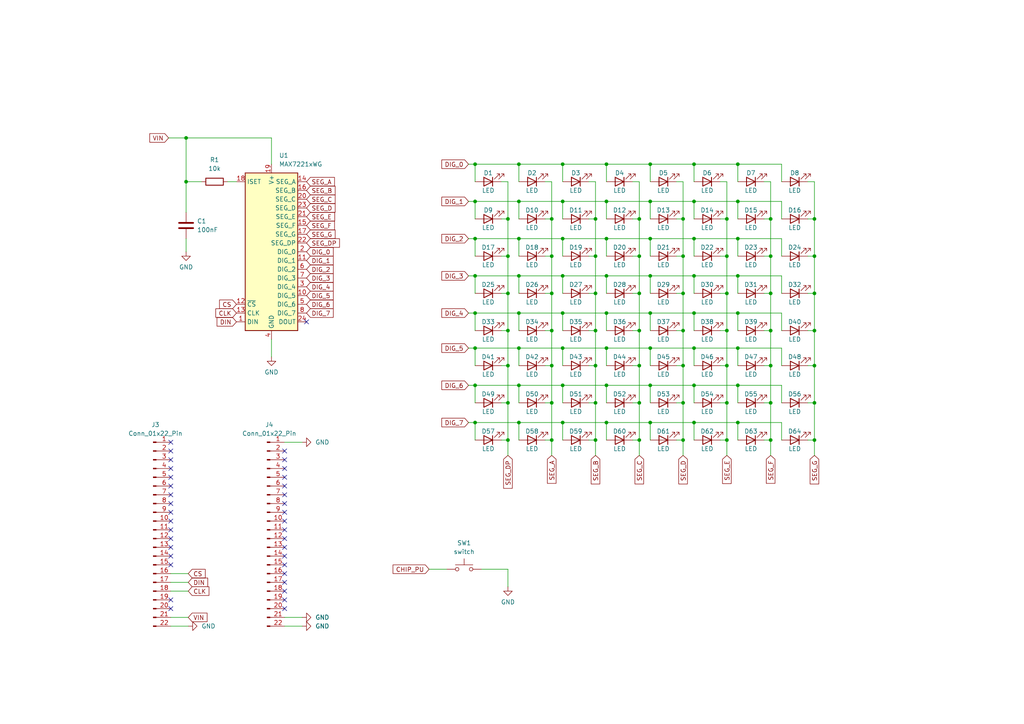
<source format=kicad_sch>
(kicad_sch (version 20231120) (generator "eeschema") (generator_version "8.0")
  (paper "A4")
  (lib_symbols
    (symbol "Connector:Conn_01x22_Pin" (pin_names (offset 1.016) hide)
      (property "Reference" "J" (at 0 27.94 0))
      (property "Value" "Conn_01x22_Pin" (at 0 -30.48 0))
      (symbol "Conn_01x22_Pin_1_1"
        (polyline (pts (xy 1.27 -27.94) (xy 0.8636 -27.94)) (stroke (width 0.1524)))
        (polyline (pts (xy 1.27 -25.4) (xy 0.8636 -25.4)) (stroke (width 0.1524)))
        (polyline (pts (xy 1.27 -22.86) (xy 0.8636 -22.86)) (stroke (width 0.1524)))
        (polyline (pts (xy 1.27 -20.32) (xy 0.8636 -20.32)) (stroke (width 0.1524)))
        (polyline (pts (xy 1.27 -17.78) (xy 0.8636 -17.78)) (stroke (width 0.1524)))
        (polyline (pts (xy 1.27 -15.24) (xy 0.8636 -15.24)) (stroke (width 0.1524)))
        (polyline (pts (xy 1.27 -12.7) (xy 0.8636 -12.7)) (stroke (width 0.1524)))
        (polyline (pts (xy 1.27 -10.16) (xy 0.8636 -10.16)) (stroke (width 0.1524)))
        (polyline (pts (xy 1.27 -7.62) (xy 0.8636 -7.62)) (stroke (width 0.1524)))
        (polyline (pts (xy 1.27 -5.08) (xy 0.8636 -5.08)) (stroke (width 0.1524)))
        (polyline (pts (xy 1.27 -2.54) (xy 0.8636 -2.54)) (stroke (width 0.1524)))
        (polyline (pts (xy 1.27 0) (xy 0.8636 0)) (stroke (width 0.1524)))
        (polyline (pts (xy 1.27 2.54) (xy 0.8636 2.54)) (stroke (width 0.1524)))
        (polyline (pts (xy 1.27 5.08) (xy 0.8636 5.08)) (stroke (width 0.1524)))
        (polyline (pts (xy 1.27 7.62) (xy 0.8636 7.62)) (stroke (width 0.1524)))
        (polyline (pts (xy 1.27 10.16) (xy 0.8636 10.16)) (stroke (width 0.1524)))
        (polyline (pts (xy 1.27 12.7) (xy 0.8636 12.7)) (stroke (width 0.1524)))
        (polyline (pts (xy 1.27 15.24) (xy 0.8636 15.24)) (stroke (width 0.1524)))
        (polyline (pts (xy 1.27 17.78) (xy 0.8636 17.78)) (stroke (width 0.1524)))
        (polyline (pts (xy 1.27 20.32) (xy 0.8636 20.32)) (stroke (width 0.1524)))
        (polyline (pts (xy 1.27 22.86) (xy 0.8636 22.86)) (stroke (width 0.1524)))
        (polyline (pts (xy 1.27 25.4) (xy 0.8636 25.4)) (stroke (width 0.1524)))
        (rectangle (start 0.8636 -27.813) (end 0 -28.067) (stroke (width 0.1524)) (fill (type outline)))
        (rectangle (start 0.8636 -25.273) (end 0 -25.527) (stroke (width 0.1524)) (fill (type outline)))
        (rectangle (start 0.8636 -22.733) (end 0 -22.987) (stroke (width 0.1524)) (fill (type outline)))
        (rectangle (start 0.8636 -20.193) (end 0 -20.447) (stroke (width 0.1524)) (fill (type outline)))
        (rectangle (start 0.8636 -17.653) (end 0 -17.907) (stroke (width 0.1524)) (fill (type outline)))
        (rectangle (start 0.8636 -15.113) (end 0 -15.367) (stroke (width 0.1524)) (fill (type outline)))
        (rectangle (start 0.8636 -12.573) (end 0 -12.827) (stroke (width 0.1524)) (fill (type outline)))
        (rectangle (start 0.8636 -10.033) (end 0 -10.287) (stroke (width 0.1524)) (fill (type outline)))
        (rectangle (start 0.8636 -7.493) (end 0 -7.747) (stroke (width 0.1524)) (fill (type outline)))
        (rectangle (start 0.8636 -4.953) (end 0 -5.207) (stroke (width 0.1524)) (fill (type outline)))
        (rectangle (start 0.8636 -2.413) (end 0 -2.667) (stroke (width 0.1524)) (fill (type outline)))
        (rectangle (start 0.8636 0.127) (end 0 -0.127) (stroke (width 0.1524)) (fill (type outline)))
        (rectangle (start 0.8636 2.667) (end 0 2.413) (stroke (width 0.1524)) (fill (type outline)))
        (rectangle (start 0.8636 5.207) (end 0 4.953) (stroke (width 0.1524)) (fill (type outline)))
        (rectangle (start 0.8636 7.747) (end 0 7.493) (stroke (width 0.1524)) (fill (type outline)))
        (rectangle (start 0.8636 10.287) (end 0 10.033) (stroke (width 0.1524)) (fill (type outline)))
        (rectangle (start 0.8636 12.827) (end 0 12.573) (stroke (width 0.1524)) (fill (type outline)))
        (rectangle (start 0.8636 15.367) (end 0 15.113) (stroke (width 0.1524)) (fill (type outline)))
        (rectangle (start 0.8636 17.907) (end 0 17.653) (stroke (width 0.1524)) (fill (type outline)))
        (rectangle (start 0.8636 20.447) (end 0 20.193) (stroke (width 0.1524)) (fill (type outline)))
        (rectangle (start 0.8636 22.987) (end 0 22.733) (stroke (width 0.1524)) (fill (type outline)))
        (rectangle (start 0.8636 25.527) (end 0 25.273) (stroke (width 0.1524)) (fill (type outline)))
        (pin passive line (at 5.08 25.4 180) (length 3.81) (name "Pin_1") (number "1"))
        (pin passive line (at 5.08 2.54 180) (length 3.81) (name "Pin_10") (number "10"))
        (pin passive line (at 5.08 0 180) (length 3.81) (name "Pin_11") (number "11"))
        (pin passive line (at 5.08 -2.54 180) (length 3.81) (name "Pin_12") (number "12"))
        (pin passive line (at 5.08 -5.08 180) (length 3.81) (name "Pin_13") (number "13"))
        (pin passive line (at 5.08 -7.62 180) (length 3.81) (name "Pin_14") (number "14"))
        (pin passive line (at 5.08 -10.16 180) (length 3.81) (name "Pin_15") (number "15"))
        (pin passive line (at 5.08 -12.7 180) (length 3.81) (name "Pin_16") (number "16"))
        (pin passive line (at 5.08 -15.24 180) (length 3.81) (name "Pin_17") (number "17"))
        (pin passive line (at 5.08 -17.78 180) (length 3.81) (name "Pin_18") (number "18"))
        (pin passive line (at 5.08 -20.32 180) (length 3.81) (name "Pin_19") (number "19"))
        (pin passive line (at 5.08 22.86 180) (length 3.81) (name "Pin_2") (number "2"))
        (pin passive line (at 5.08 -22.86 180) (length 3.81) (name "Pin_20") (number "20"))
        (pin passive line (at 5.08 -25.4 180) (length 3.81) (name "Pin_21") (number "21"))
        (pin passive line (at 5.08 -27.94 180) (length 3.81) (name "Pin_22") (number "22"))
        (pin passive line (at 5.08 20.32 180) (length 3.81) (name "Pin_3") (number "3"))
        (pin passive line (at 5.08 17.78 180) (length 3.81) (name "Pin_4") (number "4"))
        (pin passive line (at 5.08 15.24 180) (length 3.81) (name "Pin_5") (number "5"))
        (pin passive line (at 5.08 12.7 180) (length 3.81) (name "Pin_6") (number "6"))
        (pin passive line (at 5.08 10.16 180) (length 3.81) (name "Pin_7") (number "7"))
        (pin passive line (at 5.08 7.62 180) (length 3.81) (name "Pin_8") (number "8"))
        (pin passive line (at 5.08 5.08 180) (length 3.81) (name "Pin_9") (number "9"))
      )
    )
    (symbol "Device:C" (pin_numbers hide) (pin_names (offset 0.254))
      (property "Reference" "C" (at 0.635 2.54 0))
      (property "Value" "C" (at 0.635 -2.54 0))
      (symbol "C_0_1"
        (polyline (pts (xy -2.032 -0.762) (xy 2.032 -0.762)) (stroke (width 0.508)))
        (polyline (pts (xy -2.032 0.762) (xy 2.032 0.762)) (stroke (width 0.508)))
      )
      (symbol "C_1_1"
        (pin passive line (at 0 3.81 270) (length 2.794) (name "~") (number "1"))
        (pin passive line (at 0 -3.81 90) (length 2.794) (name "~") (number "2"))
      )
    )
    (symbol "Device:LED" (pin_numbers hide) (pin_names (offset 1.016) hide)
      (property "Reference" "D" (at 0 2.54 0))
      (property "Value" "LED" (at 0 -2.54 0))
      (symbol "LED_0_1"
        (polyline (pts (xy -1.27 -1.27) (xy -1.27 1.27)) (stroke (width 0.254)))
        (polyline (pts (xy -1.27 0) (xy 1.27 0)))
        (polyline (pts (xy 1.27 -1.27) (xy 1.27 1.27) (xy -1.27 0) (xy 1.27 -1.27)) (stroke (width 0.254)))
        (polyline (pts (xy -3.048 -0.762) (xy -4.572 -2.286) (xy -3.81 -2.286) (xy -4.572 -2.286) (xy -4.572 -1.524)))
        (polyline (pts (xy -1.778 -0.762) (xy -3.302 -2.286) (xy -2.54 -2.286) (xy -3.302 -2.286) (xy -3.302 -1.524)))
      )
      (symbol "LED_1_1"
        (pin passive line (at -3.81 0 0) (length 2.54) (name "K") (number "1"))
        (pin passive line (at 3.81 0 180) (length 2.54) (name "A") (number "2"))
      )
    )
    (symbol "Device:R" (pin_numbers hide) (pin_names (offset 0))
      (property "Reference" "R" (at 2.032 0 90))
      (property "Value" "R" (at 0 0 90))
      (symbol "R_0_1"
        (rectangle (start -1.016 -2.54) (end 1.016 2.54) (stroke (width 0.254)))
      )
      (symbol "R_1_1"
        (pin passive line (at 0 3.81 270) (length 1.27) (name "~") (number "1"))
        (pin passive line (at 0 -3.81 90) (length 1.27) (name "~") (number "2"))
      )
    )
    (symbol "Driver_LED:MAX7221xWG"
      (property "Reference" "U" (at -6.35 24.13 0))
      (property "Value" "MAX7221xWG" (at 1.27 25.4 0))
      (symbol "MAX7221xWG_0_1"
        (rectangle (start -7.62 22.86) (end 7.62 -22.86) (stroke (width 0.254)) (fill (type background)))
      )
      (symbol "MAX7221xWG_1_1"
        (pin input line (at -10.16 -20.32 0) (length 2.54) (name "DIN") (number "1"))
        (pin open_collector line (at 10.16 -12.7 180) (length 2.54) (name "DIG_5") (number "10"))
        (pin open_collector line (at 10.16 -2.54 180) (length 2.54) (name "DIG_1") (number "11"))
        (pin input line (at -10.16 -15.24 0) (length 2.54) (name "~{CS}") (number "12"))
        (pin input line (at -10.16 -17.78 0) (length 2.54) (name "CLK") (number "13"))
        (pin open_emitter line (at 10.16 20.32 180) (length 2.54) (name "SEG_A") (number "14"))
        (pin open_emitter line (at 10.16 7.62 180) (length 2.54) (name "SEG_F") (number "15"))
        (pin open_emitter line (at 10.16 17.78 180) (length 2.54) (name "SEG_B") (number "16"))
        (pin open_emitter line (at 10.16 5.08 180) (length 2.54) (name "SEG_G") (number "17"))
        (pin input line (at -10.16 20.32 0) (length 2.54) (name "ISET") (number "18"))
        (pin power_in line (at 0 25.4 270) (length 2.54) (name "V+") (number "19"))
        (pin open_collector line (at 10.16 0 180) (length 2.54) (name "DIG_0") (number "2"))
        (pin open_emitter line (at 10.16 15.24 180) (length 2.54) (name "SEG_C") (number "20"))
        (pin open_emitter line (at 10.16 10.16 180) (length 2.54) (name "SEG_E") (number "21"))
        (pin open_emitter line (at 10.16 2.54 180) (length 2.54) (name "SEG_DP") (number "22"))
        (pin open_emitter line (at 10.16 12.7 180) (length 2.54) (name "SEG_D") (number "23"))
        (pin output line (at 10.16 -20.32 180) (length 2.54) (name "DOUT") (number "24"))
        (pin open_collector line (at 10.16 -10.16 180) (length 2.54) (name "DIG_4") (number "3"))
        (pin power_in line (at 0 -25.4 90) (length 2.54) (name "GND") (number "4"))
        (pin open_collector line (at 10.16 -15.24 180) (length 2.54) (name "DIG_6") (number "5"))
        (pin open_collector line (at 10.16 -5.08 180) (length 2.54) (name "DIG_2") (number "6"))
        (pin open_collector line (at 10.16 -7.62 180) (length 2.54) (name "DIG_3") (number "7"))
        (pin open_collector line (at 10.16 -17.78 180) (length 2.54) (name "DIG_7") (number "8"))
        (pin passive line (at 0 -25.4 90) (length 2.54) hide (name "GND") (number "9"))
      )
    )
    (symbol "Switch:SW_Omron_B3FS" (pin_numbers hide) (pin_names (offset 1.016) hide)
      (property "Reference" "SW" (at 1.27 2.54 0))
      (property "Value" "SW_Omron_B3FS" (at 0 -1.524 0))
      (symbol "SW_Omron_B3FS_0_1"
        (circle (center -2.032 0) (radius 0.508))
        (polyline (pts (xy 0 1.27) (xy 0 3.048)))
        (polyline (pts (xy 2.54 1.27) (xy -2.54 1.27)))
        (circle (center 2.032 0) (radius 0.508))
        (pin passive line (at -5.08 0 0) (length 2.54) (name "1") (number "1"))
        (pin passive line (at 5.08 0 180) (length 2.54) (name "2") (number "2"))
      )
    )
    (symbol "power:GND" (power) (pin_names (offset 0))
      (property "Value" "GND" (at 0 -3.81 0))
      (symbol "GND_0_1"
        (polyline (pts (xy 0 0) (xy 0 -1.27) (xy 1.27 -1.27) (xy 0 -2.54) (xy -1.27 -1.27) (xy 0 -1.27)))
      )
      (symbol "GND_1_1"
        (pin power_in line (at 0 0 270) (length 0) hide (name "GND") (number "1"))
      )
    )
  )
  (junction (at 223.52 106.045))
  (junction (at 213.995 100.965))
  (junction (at 198.12 85.09))
  (junction (at 213.995 47.625))
  (junction (at 223.52 85.09))
  (junction (at 160.02 106.045))
  (junction (at 147.32 63.5))
  (junction (at 223.52 95.885))
  (junction (at 163.195 111.76))
  (junction (at 137.795 100.965))
  (junction (at 223.52 63.5))
  (junction (at 188.595 100.965))
  (junction (at 198.12 63.5))
  (junction (at 150.495 90.805))
  (junction (at 201.295 100.965))
  (junction (at 188.595 122.555))
  (junction (at 150.495 111.76))
  (junction (at 172.72 106.045))
  (junction (at 188.595 47.625))
  (junction (at 137.795 47.625))
  (junction (at 53.975 52.705))
  (junction (at 201.295 111.76))
  (junction (at 236.22 95.885))
  (junction (at 236.22 106.045))
  (junction (at 201.295 80.01))
  (junction (at 175.895 80.01))
  (junction (at 175.895 58.42))
  (junction (at 210.82 127.635))
  (junction (at 210.82 63.5))
  (junction (at 201.295 58.42))
  (junction (at 172.72 85.09))
  (junction (at 147.32 116.84))
  (junction (at 147.32 127.635))
  (junction (at 236.22 116.84))
  (junction (at 175.895 47.625))
  (junction (at 185.42 116.84))
  (junction (at 188.595 80.01))
  (junction (at 188.595 90.805))
  (junction (at 160.02 85.09))
  (junction (at 137.795 90.805))
  (junction (at 172.72 116.84))
  (junction (at 160.02 74.295))
  (junction (at 150.495 80.01))
  (junction (at 147.32 74.295))
  (junction (at 150.495 69.215))
  (junction (at 160.02 127.635))
  (junction (at 236.22 127.635))
  (junction (at 185.42 74.295))
  (junction (at 163.195 47.625))
  (junction (at 198.12 106.045))
  (junction (at 201.295 69.215))
  (junction (at 213.995 111.76))
  (junction (at 175.895 100.965))
  (junction (at 160.02 95.885))
  (junction (at 137.795 80.01))
  (junction (at 163.195 122.555))
  (junction (at 147.32 85.09))
  (junction (at 223.52 116.84))
  (junction (at 210.82 85.09))
  (junction (at 172.72 127.635))
  (junction (at 188.595 111.76))
  (junction (at 175.895 69.215))
  (junction (at 201.295 90.805))
  (junction (at 185.42 95.885))
  (junction (at 163.195 90.805))
  (junction (at 175.895 111.76))
  (junction (at 185.42 127.635))
  (junction (at 163.195 69.215))
  (junction (at 198.12 95.885))
  (junction (at 198.12 116.84))
  (junction (at 210.82 95.885))
  (junction (at 175.895 90.805))
  (junction (at 236.22 85.09))
  (junction (at 163.195 80.01))
  (junction (at 201.295 47.625))
  (junction (at 223.52 127.635))
  (junction (at 210.82 116.84))
  (junction (at 147.32 106.045))
  (junction (at 172.72 63.5))
  (junction (at 160.02 116.84))
  (junction (at 213.995 69.215))
  (junction (at 213.995 80.01))
  (junction (at 188.595 69.215))
  (junction (at 236.22 74.295))
  (junction (at 198.12 127.635))
  (junction (at 137.795 111.76))
  (junction (at 150.495 122.555))
  (junction (at 201.295 122.555))
  (junction (at 163.195 58.42))
  (junction (at 213.995 90.805))
  (junction (at 137.795 69.215))
  (junction (at 223.52 74.295))
  (junction (at 172.72 74.295))
  (junction (at 198.12 74.295))
  (junction (at 150.495 100.965))
  (junction (at 150.495 47.625))
  (junction (at 137.795 122.555))
  (junction (at 188.595 58.42))
  (junction (at 185.42 63.5))
  (junction (at 210.82 106.045))
  (junction (at 160.02 63.5))
  (junction (at 210.82 74.295))
  (junction (at 137.795 58.42))
  (junction (at 150.495 58.42))
  (junction (at 213.995 122.555))
  (junction (at 172.72 95.885))
  (junction (at 53.975 40.005))
  (junction (at 147.32 95.885))
  (junction (at 236.22 63.5))
  (junction (at 175.895 122.555))
  (junction (at 185.42 106.045))
  (junction (at 185.42 85.09))
  (junction (at 163.195 100.965))
  (junction (at 213.995 58.42))
  (no_connect (at 82.55 151.13))
  (no_connect (at 82.55 130.81))
  (no_connect (at 82.55 173.99))
  (no_connect (at 82.55 176.53))
  (no_connect (at 82.55 166.37))
  (no_connect (at 49.53 143.51))
  (no_connect (at 82.55 148.59))
  (no_connect (at 82.55 140.97))
  (no_connect (at 49.53 146.05))
  (no_connect (at 49.53 133.35))
  (no_connect (at 82.55 146.05))
  (no_connect (at 82.55 161.29))
  (no_connect (at 49.53 148.59))
  (no_connect (at 82.55 168.91))
  (no_connect (at 82.55 158.75))
  (no_connect (at 49.53 158.75))
  (no_connect (at 49.53 161.29))
  (no_connect (at 49.53 151.13))
  (no_connect (at 82.55 153.67))
  (no_connect (at 82.55 163.83))
  (no_connect (at 49.53 128.27))
  (no_connect (at 49.53 173.99))
  (no_connect (at 82.55 133.35))
  (no_connect (at 82.55 171.45))
  (no_connect (at 49.53 176.53))
  (no_connect (at 88.9 93.345))
  (no_connect (at 49.53 135.89))
  (no_connect (at 82.55 156.21))
  (no_connect (at 49.53 130.81))
  (no_connect (at 49.53 138.43))
  (no_connect (at 49.53 156.21))
  (no_connect (at 49.53 153.67))
  (no_connect (at 82.55 135.89))
  (no_connect (at 49.53 140.97))
  (no_connect (at 82.55 143.51))
  (no_connect (at 82.55 138.43))
  (no_connect (at 49.53 163.83))
  (wire (pts (xy 185.42 63.5) (xy 185.42 74.295)))
  (wire (pts (xy 201.295 80.01) (xy 213.995 80.01)))
  (wire (pts (xy 137.795 100.965) (xy 137.795 106.045)))
  (wire (pts (xy 210.82 95.885) (xy 210.82 106.045)))
  (wire (pts (xy 53.975 52.705) (xy 53.975 40.005)))
  (wire (pts (xy 226.695 58.42) (xy 226.695 63.5)))
  (wire (pts (xy 201.295 69.215) (xy 201.295 74.295)))
  (wire (pts (xy 234.315 127.635) (xy 236.22 127.635)))
  (wire (pts (xy 53.975 52.705) (xy 53.975 61.595)))
  (wire (pts (xy 147.32 127.635) (xy 147.32 132.08)))
  (wire (pts (xy 147.32 85.09) (xy 147.32 95.885)))
  (wire (pts (xy 223.52 116.84) (xy 223.52 127.635)))
  (wire (pts (xy 150.495 80.01) (xy 150.495 85.09)))
  (wire (pts (xy 188.595 100.965) (xy 188.595 106.045)))
  (wire (pts (xy 196.215 116.84) (xy 198.12 116.84)))
  (wire (pts (xy 170.815 52.705) (xy 172.72 52.705)))
  (wire (pts (xy 53.975 69.215) (xy 53.975 73.025)))
  (wire (pts (xy 160.02 116.84) (xy 160.02 127.635)))
  (wire (pts (xy 208.915 74.295) (xy 210.82 74.295)))
  (wire (pts (xy 160.02 63.5) (xy 160.02 74.295)))
  (wire (pts (xy 213.995 47.625) (xy 213.995 52.705)))
  (wire (pts (xy 221.615 52.705) (xy 223.52 52.705)))
  (wire (pts (xy 54.61 179.07) (xy 49.53 179.07)))
  (wire (pts (xy 54.61 168.91) (xy 49.53 168.91)))
  (wire (pts (xy 213.995 58.42) (xy 213.995 63.5)))
  (wire (pts (xy 172.72 127.635) (xy 172.72 132.08)))
  (wire (pts (xy 185.42 74.295) (xy 185.42 85.09)))
  (wire (pts (xy 201.295 122.555) (xy 201.295 127.635)))
  (wire (pts (xy 163.195 111.76) (xy 175.895 111.76)))
  (wire (pts (xy 188.595 111.76) (xy 201.295 111.76)))
  (wire (pts (xy 163.195 47.625) (xy 163.195 52.705)))
  (wire (pts (xy 208.915 127.635) (xy 210.82 127.635)))
  (wire (pts (xy 213.995 100.965) (xy 213.995 106.045)))
  (wire (pts (xy 236.22 74.295) (xy 236.22 85.09)))
  (wire (pts (xy 163.195 90.805) (xy 175.895 90.805)))
  (wire (pts (xy 183.515 85.09) (xy 185.42 85.09)))
  (wire (pts (xy 163.195 90.805) (xy 163.195 95.885)))
  (wire (pts (xy 172.72 52.705) (xy 172.72 63.5)))
  (wire (pts (xy 163.195 111.76) (xy 163.195 116.84)))
  (wire (pts (xy 226.695 47.625) (xy 226.695 52.705)))
  (wire (pts (xy 160.02 95.885) (xy 160.02 106.045)))
  (wire (pts (xy 175.895 100.965) (xy 188.595 100.965)))
  (wire (pts (xy 158.115 63.5) (xy 160.02 63.5)))
  (wire (pts (xy 201.295 100.965) (xy 201.295 106.045)))
  (wire (pts (xy 163.195 100.965) (xy 175.895 100.965)))
  (wire (pts (xy 137.795 80.01) (xy 150.495 80.01)))
  (wire (pts (xy 137.795 47.625) (xy 150.495 47.625)))
  (wire (pts (xy 188.595 90.805) (xy 188.595 95.885)))
  (wire (pts (xy 185.42 116.84) (xy 185.42 127.635)))
  (wire (pts (xy 223.52 74.295) (xy 223.52 85.09)))
  (wire (pts (xy 147.32 95.885) (xy 147.32 106.045)))
  (wire (pts (xy 201.295 111.76) (xy 213.995 111.76)))
  (wire (pts (xy 172.72 116.84) (xy 172.72 127.635)))
  (wire (pts (xy 147.32 165.1) (xy 147.32 170.18)))
  (wire (pts (xy 183.515 63.5) (xy 185.42 63.5)))
  (wire (pts (xy 145.415 116.84) (xy 147.32 116.84)))
  (wire (pts (xy 175.895 122.555) (xy 188.595 122.555)))
  (wire (pts (xy 147.32 52.705) (xy 147.32 63.5)))
  (wire (pts (xy 185.42 127.635) (xy 185.42 132.08)))
  (wire (pts (xy 172.72 85.09) (xy 172.72 95.885)))
  (wire (pts (xy 188.595 47.625) (xy 201.295 47.625)))
  (wire (pts (xy 137.795 80.01) (xy 137.795 85.09)))
  (wire (pts (xy 145.415 74.295) (xy 147.32 74.295)))
  (wire (pts (xy 198.12 127.635) (xy 198.12 132.08)))
  (wire (pts (xy 158.115 74.295) (xy 160.02 74.295)))
  (wire (pts (xy 183.515 95.885) (xy 185.42 95.885)))
  (wire (pts (xy 163.195 80.01) (xy 175.895 80.01)))
  (wire (pts (xy 170.815 74.295) (xy 172.72 74.295)))
  (wire (pts (xy 137.795 69.215) (xy 150.495 69.215)))
  (wire (pts (xy 163.195 47.625) (xy 175.895 47.625)))
  (wire (pts (xy 221.615 74.295) (xy 223.52 74.295)))
  (wire (pts (xy 137.795 122.555) (xy 150.495 122.555)))
  (wire (pts (xy 201.295 47.625) (xy 213.995 47.625)))
  (wire (pts (xy 234.315 74.295) (xy 236.22 74.295)))
  (wire (pts (xy 201.295 111.76) (xy 201.295 116.84)))
  (wire (pts (xy 175.895 69.215) (xy 188.595 69.215)))
  (wire (pts (xy 210.82 85.09) (xy 210.82 95.885)))
  (wire (pts (xy 160.02 52.705) (xy 160.02 63.5)))
  (wire (pts (xy 147.32 74.295) (xy 147.32 85.09)))
  (wire (pts (xy 170.815 106.045) (xy 172.72 106.045)))
  (wire (pts (xy 213.995 90.805) (xy 226.695 90.805)))
  (wire (pts (xy 158.115 106.045) (xy 160.02 106.045)))
  (wire (pts (xy 139.7 165.1) (xy 147.32 165.1)))
  (wire (pts (xy 145.415 85.09) (xy 147.32 85.09)))
  (wire (pts (xy 213.995 69.215) (xy 213.995 74.295)))
  (wire (pts (xy 201.295 47.625) (xy 201.295 52.705)))
  (wire (pts (xy 172.72 74.295) (xy 172.72 85.09)))
  (wire (pts (xy 226.695 100.965) (xy 226.695 106.045)))
  (wire (pts (xy 135.89 47.625) (xy 137.795 47.625)))
  (wire (pts (xy 145.415 63.5) (xy 147.32 63.5)))
  (wire (pts (xy 163.195 122.555) (xy 163.195 127.635)))
  (wire (pts (xy 172.72 95.885) (xy 172.72 106.045)))
  (wire (pts (xy 208.915 52.705) (xy 210.82 52.705)))
  (wire (pts (xy 87.63 181.61) (xy 82.55 181.61)))
  (wire (pts (xy 188.595 122.555) (xy 201.295 122.555)))
  (wire (pts (xy 175.895 111.76) (xy 175.895 116.84)))
  (wire (pts (xy 198.12 63.5) (xy 198.12 74.295)))
  (wire (pts (xy 188.595 80.01) (xy 201.295 80.01)))
  (wire (pts (xy 185.42 95.885) (xy 185.42 106.045)))
  (wire (pts (xy 223.52 85.09) (xy 223.52 95.885)))
  (wire (pts (xy 196.215 52.705) (xy 198.12 52.705)))
  (wire (pts (xy 188.595 58.42) (xy 188.595 63.5)))
  (wire (pts (xy 210.82 63.5) (xy 210.82 74.295)))
  (wire (pts (xy 223.52 63.5) (xy 223.52 74.295)))
  (wire (pts (xy 66.04 52.705) (xy 68.58 52.705)))
  (wire (pts (xy 150.495 58.42) (xy 150.495 63.5)))
  (wire (pts (xy 198.12 116.84) (xy 198.12 127.635)))
  (wire (pts (xy 226.695 122.555) (xy 226.695 127.635)))
  (wire (pts (xy 188.595 111.76) (xy 188.595 116.84)))
  (wire (pts (xy 175.895 90.805) (xy 188.595 90.805)))
  (wire (pts (xy 175.895 47.625) (xy 175.895 52.705)))
  (wire (pts (xy 188.595 90.805) (xy 201.295 90.805)))
  (wire (pts (xy 201.295 58.42) (xy 201.295 63.5)))
  (wire (pts (xy 221.615 106.045) (xy 223.52 106.045)))
  (wire (pts (xy 170.815 63.5) (xy 172.72 63.5)))
  (wire (pts (xy 226.695 111.76) (xy 226.695 116.84)))
  (wire (pts (xy 53.975 40.005) (xy 78.74 40.005)))
  (wire (pts (xy 175.895 80.01) (xy 188.595 80.01)))
  (wire (pts (xy 234.315 95.885) (xy 236.22 95.885)))
  (wire (pts (xy 78.74 40.005) (xy 78.74 47.625)))
  (wire (pts (xy 163.195 122.555) (xy 175.895 122.555)))
  (wire (pts (xy 135.89 80.01) (xy 137.795 80.01)))
  (wire (pts (xy 78.74 98.425) (xy 78.74 103.505)))
  (wire (pts (xy 150.495 69.215) (xy 150.495 74.295)))
  (wire (pts (xy 213.995 58.42) (xy 226.695 58.42)))
  (wire (pts (xy 213.995 122.555) (xy 226.695 122.555)))
  (wire (pts (xy 221.615 85.09) (xy 223.52 85.09)))
  (wire (pts (xy 163.195 69.215) (xy 163.195 74.295)))
  (wire (pts (xy 170.815 127.635) (xy 172.72 127.635)))
  (wire (pts (xy 150.495 100.965) (xy 163.195 100.965)))
  (wire (pts (xy 150.495 111.76) (xy 163.195 111.76)))
  (wire (pts (xy 54.61 171.45) (xy 49.53 171.45)))
  (wire (pts (xy 124.46 165.1) (xy 129.54 165.1)))
  (wire (pts (xy 175.895 122.555) (xy 175.895 127.635)))
  (wire (pts (xy 213.995 80.01) (xy 213.995 85.09)))
  (wire (pts (xy 175.895 111.76) (xy 188.595 111.76)))
  (wire (pts (xy 196.215 95.885) (xy 198.12 95.885)))
  (wire (pts (xy 196.215 127.635) (xy 198.12 127.635)))
  (wire (pts (xy 183.515 52.705) (xy 185.42 52.705)))
  (wire (pts (xy 223.52 52.705) (xy 223.52 63.5)))
  (wire (pts (xy 175.895 100.965) (xy 175.895 106.045)))
  (wire (pts (xy 170.815 95.885) (xy 172.72 95.885)))
  (wire (pts (xy 137.795 111.76) (xy 150.495 111.76)))
  (wire (pts (xy 234.315 116.84) (xy 236.22 116.84)))
  (wire (pts (xy 160.02 85.09) (xy 160.02 95.885)))
  (wire (pts (xy 170.815 85.09) (xy 172.72 85.09)))
  (wire (pts (xy 223.52 95.885) (xy 223.52 106.045)))
  (wire (pts (xy 234.315 106.045) (xy 236.22 106.045)))
  (wire (pts (xy 183.515 116.84) (xy 185.42 116.84)))
  (wire (pts (xy 147.32 63.5) (xy 147.32 74.295)))
  (wire (pts (xy 54.61 166.37) (xy 49.53 166.37)))
  (wire (pts (xy 226.695 80.01) (xy 226.695 85.09)))
  (wire (pts (xy 175.895 58.42) (xy 175.895 63.5)))
  (wire (pts (xy 137.795 47.625) (xy 137.795 52.705)))
  (wire (pts (xy 185.42 52.705) (xy 185.42 63.5)))
  (wire (pts (xy 87.63 179.07) (xy 82.55 179.07)))
  (wire (pts (xy 221.615 127.635) (xy 223.52 127.635)))
  (wire (pts (xy 201.295 69.215) (xy 213.995 69.215)))
  (wire (pts (xy 208.915 106.045) (xy 210.82 106.045)))
  (wire (pts (xy 135.89 122.555) (xy 137.795 122.555)))
  (wire (pts (xy 185.42 106.045) (xy 185.42 116.84)))
  (wire (pts (xy 137.795 69.215) (xy 137.795 74.295)))
  (wire (pts (xy 163.195 80.01) (xy 163.195 85.09)))
  (wire (pts (xy 160.02 106.045) (xy 160.02 116.84)))
  (wire (pts (xy 150.495 122.555) (xy 150.495 127.635)))
  (wire (pts (xy 170.815 116.84) (xy 172.72 116.84)))
  (wire (pts (xy 188.595 58.42) (xy 201.295 58.42)))
  (wire (pts (xy 150.495 58.42) (xy 163.195 58.42)))
  (wire (pts (xy 172.72 106.045) (xy 172.72 116.84)))
  (wire (pts (xy 58.42 52.705) (xy 53.975 52.705)))
  (wire (pts (xy 145.415 95.885) (xy 147.32 95.885)))
  (wire (pts (xy 236.22 95.885) (xy 236.22 106.045)))
  (wire (pts (xy 82.55 128.27) (xy 87.63 128.27)))
  (wire (pts (xy 210.82 52.705) (xy 210.82 63.5)))
  (wire (pts (xy 147.32 116.84) (xy 147.32 127.635)))
  (wire (pts (xy 137.795 111.76) (xy 137.795 116.84)))
  (wire (pts (xy 175.895 69.215) (xy 175.895 74.295)))
  (wire (pts (xy 158.115 95.885) (xy 160.02 95.885)))
  (wire (pts (xy 150.495 100.965) (xy 150.495 106.045)))
  (wire (pts (xy 160.02 74.295) (xy 160.02 85.09)))
  (wire (pts (xy 137.795 58.42) (xy 137.795 63.5)))
  (wire (pts (xy 145.415 106.045) (xy 147.32 106.045)))
  (wire (pts (xy 201.295 90.805) (xy 201.295 95.885)))
  (wire (pts (xy 213.995 90.805) (xy 213.995 95.885)))
  (wire (pts (xy 201.295 80.01) (xy 201.295 85.09)))
  (wire (pts (xy 163.195 58.42) (xy 175.895 58.42)))
  (wire (pts (xy 163.195 58.42) (xy 163.195 63.5)))
  (wire (pts (xy 208.915 116.84) (xy 210.82 116.84)))
  (wire (pts (xy 183.515 74.295) (xy 185.42 74.295)))
  (wire (pts (xy 172.72 63.5) (xy 172.72 74.295)))
  (wire (pts (xy 201.295 122.555) (xy 213.995 122.555)))
  (wire (pts (xy 198.12 95.885) (xy 198.12 106.045)))
  (wire (pts (xy 236.22 85.09) (xy 236.22 95.885)))
  (wire (pts (xy 150.495 122.555) (xy 163.195 122.555)))
  (wire (pts (xy 188.595 100.965) (xy 201.295 100.965)))
  (wire (pts (xy 188.595 69.215) (xy 201.295 69.215)))
  (wire (pts (xy 221.615 63.5) (xy 223.52 63.5)))
  (wire (pts (xy 135.89 100.965) (xy 137.795 100.965)))
  (wire (pts (xy 208.915 85.09) (xy 210.82 85.09)))
  (wire (pts (xy 213.995 111.76) (xy 213.995 116.84)))
  (wire (pts (xy 213.995 122.555) (xy 213.995 127.635)))
  (wire (pts (xy 185.42 85.09) (xy 185.42 95.885)))
  (wire (pts (xy 213.995 111.76) (xy 226.695 111.76)))
  (wire (pts (xy 234.315 52.705) (xy 236.22 52.705)))
  (wire (pts (xy 198.12 106.045) (xy 198.12 116.84)))
  (wire (pts (xy 150.495 90.805) (xy 163.195 90.805)))
  (wire (pts (xy 137.795 90.805) (xy 137.795 95.885)))
  (wire (pts (xy 150.495 69.215) (xy 163.195 69.215)))
  (wire (pts (xy 53.975 40.005) (xy 48.895 40.005)))
  (wire (pts (xy 158.115 85.09) (xy 160.02 85.09)))
  (wire (pts (xy 135.89 58.42) (xy 137.795 58.42)))
  (wire (pts (xy 158.115 127.635) (xy 160.02 127.635)))
  (wire (pts (xy 210.82 106.045) (xy 210.82 116.84)))
  (wire (pts (xy 196.215 63.5) (xy 198.12 63.5)))
  (wire (pts (xy 137.795 122.555) (xy 137.795 127.635)))
  (wire (pts (xy 236.22 116.84) (xy 236.22 127.635)))
  (wire (pts (xy 145.415 52.705) (xy 147.32 52.705)))
  (wire (pts (xy 158.115 116.84) (xy 160.02 116.84)))
  (wire (pts (xy 208.915 95.885) (xy 210.82 95.885)))
  (wire (pts (xy 234.315 63.5) (xy 236.22 63.5)))
  (wire (pts (xy 226.695 69.215) (xy 226.695 74.295)))
  (wire (pts (xy 236.22 127.635) (xy 236.22 132.08)))
  (wire (pts (xy 213.995 80.01) (xy 226.695 80.01)))
  (wire (pts (xy 213.995 100.965) (xy 226.695 100.965)))
  (wire (pts (xy 188.595 80.01) (xy 188.595 85.09)))
  (wire (pts (xy 236.22 52.705) (xy 236.22 63.5)))
  (wire (pts (xy 221.615 95.885) (xy 223.52 95.885)))
  (wire (pts (xy 137.795 100.965) (xy 150.495 100.965)))
  (wire (pts (xy 210.82 116.84) (xy 210.82 127.635)))
  (wire (pts (xy 201.295 58.42) (xy 213.995 58.42)))
  (wire (pts (xy 208.915 63.5) (xy 210.82 63.5)))
  (wire (pts (xy 150.495 47.625) (xy 150.495 52.705)))
  (wire (pts (xy 158.115 52.705) (xy 160.02 52.705)))
  (wire (pts (xy 145.415 127.635) (xy 147.32 127.635)))
  (wire (pts (xy 150.495 90.805) (xy 150.495 95.885)))
  (wire (pts (xy 175.895 58.42) (xy 188.595 58.42)))
  (wire (pts (xy 163.195 69.215) (xy 175.895 69.215)))
  (wire (pts (xy 135.89 69.215) (xy 137.795 69.215)))
  (wire (pts (xy 201.295 90.805) (xy 213.995 90.805)))
  (wire (pts (xy 147.32 106.045) (xy 147.32 116.84)))
  (wire (pts (xy 150.495 80.01) (xy 163.195 80.01)))
  (wire (pts (xy 221.615 116.84) (xy 223.52 116.84)))
  (wire (pts (xy 210.82 127.635) (xy 210.82 132.08)))
  (wire (pts (xy 150.495 47.625) (xy 163.195 47.625)))
  (wire (pts (xy 135.89 90.805) (xy 137.795 90.805)))
  (wire (pts (xy 175.895 47.625) (xy 188.595 47.625)))
  (wire (pts (xy 198.12 85.09) (xy 198.12 95.885)))
  (wire (pts (xy 188.595 47.625) (xy 188.595 52.705)))
  (wire (pts (xy 210.82 74.295) (xy 210.82 85.09)))
  (wire (pts (xy 175.895 80.01) (xy 175.895 85.09)))
  (wire (pts (xy 183.515 106.045) (xy 185.42 106.045)))
  (wire (pts (xy 223.52 106.045) (xy 223.52 116.84)))
  (wire (pts (xy 236.22 63.5) (xy 236.22 74.295)))
  (wire (pts (xy 160.02 127.635) (xy 160.02 132.08)))
  (wire (pts (xy 49.53 181.61) (xy 54.61 181.61)))
  (wire (pts (xy 175.895 90.805) (xy 175.895 95.885)))
  (wire (pts (xy 188.595 69.215) (xy 188.595 74.295)))
  (wire (pts (xy 226.695 90.805) (xy 226.695 95.885)))
  (wire (pts (xy 196.215 106.045) (xy 198.12 106.045)))
  (wire (pts (xy 223.52 127.635) (xy 223.52 132.08)))
  (wire (pts (xy 213.995 69.215) (xy 226.695 69.215)))
  (wire (pts (xy 183.515 127.635) (xy 185.42 127.635)))
  (wire (pts (xy 137.795 90.805) (xy 150.495 90.805)))
  (wire (pts (xy 234.315 85.09) (xy 236.22 85.09)))
  (wire (pts (xy 198.12 74.295) (xy 198.12 85.09)))
  (wire (pts (xy 188.595 122.555) (xy 188.595 127.635)))
  (wire (pts (xy 135.89 111.76) (xy 137.795 111.76)))
  (wire (pts (xy 196.215 85.09) (xy 198.12 85.09)))
  (wire (pts (xy 137.795 58.42) (xy 150.495 58.42)))
  (wire (pts (xy 198.12 52.705) (xy 198.12 63.5)))
  (wire (pts (xy 201.295 100.965) (xy 213.995 100.965)))
  (wire (pts (xy 163.195 100.965) (xy 163.195 106.045)))
  (wire (pts (xy 236.22 106.045) (xy 236.22 116.84)))
  (wire (pts (xy 196.215 74.295) (xy 198.12 74.295)))
  (wire (pts (xy 213.995 47.625) (xy 226.695 47.625)))
  (wire (pts (xy 150.495 111.76) (xy 150.495 116.84)))
  (global_label "DIG_4" (shape input) (at 135.89 90.805 180) (property "Intersheetrefs" "${INTERSHEET_REFS}" (effects (hide yes))))
  (global_label "DIG_2" (shape input) (at 88.9 78.105 0) (property "Intersheetrefs" "${INTERSHEET_REFS}" (effects (hide yes))))
  (global_label "SEG_C" (shape input) (at 185.42 132.08 270) (property "Intersheetrefs" "${INTERSHEET_REFS}" (effects (hide yes))))
  (global_label "SEG_C" (shape input) (at 88.9 57.785 0) (property "Intersheetrefs" "${INTERSHEET_REFS}" (effects (hide yes))))
  (global_label "SEG_G" (shape input) (at 236.22 132.08 270) (property "Intersheetrefs" "${INTERSHEET_REFS}" (effects (hide yes))))
  (global_label "SEG_B" (shape input) (at 172.72 132.08 270) (property "Intersheetrefs" "${INTERSHEET_REFS}" (effects (hide yes))))
  (global_label "SEG_F" (shape input) (at 223.52 132.08 270) (property "Intersheetrefs" "${INTERSHEET_REFS}" (effects (hide yes))))
  (global_label "SEG_G" (shape input) (at 88.9 67.945 0) (property "Intersheetrefs" "${INTERSHEET_REFS}" (effects (hide yes))))
  (global_label "SEG_DP" (shape input) (at 88.9 70.485 0) (property "Intersheetrefs" "${INTERSHEET_REFS}" (effects (hide yes))))
  (global_label "DIG_2" (shape input) (at 135.89 69.215 180) (property "Intersheetrefs" "${INTERSHEET_REFS}" (effects (hide yes))))
  (global_label "SEG_A" (shape input) (at 88.9 52.705 0) (property "Intersheetrefs" "${INTERSHEET_REFS}" (effects (hide yes))))
  (global_label "SEG_D" (shape input) (at 88.9 60.325 0) (property "Intersheetrefs" "${INTERSHEET_REFS}" (effects (hide yes))))
  (global_label "DIG_4" (shape input) (at 88.9 83.185 0) (property "Intersheetrefs" "${INTERSHEET_REFS}" (effects (hide yes))))
  (global_label "DIG_5" (shape input) (at 88.9 85.725 0) (property "Intersheetrefs" "${INTERSHEET_REFS}" (effects (hide yes))))
  (global_label "CS" (shape input) (at 68.58 88.265 180) (property "Intersheetrefs" "${INTERSHEET_REFS}" (effects (hide yes))))
  (global_label "DIG_0" (shape input) (at 88.9 73.025 0) (property "Intersheetrefs" "${INTERSHEET_REFS}" (effects (hide yes))))
  (global_label "SEG_D" (shape input) (at 198.12 132.08 270) (property "Intersheetrefs" "${INTERSHEET_REFS}" (effects (hide yes))))
  (global_label "CHIP_PU" (shape input) (at 124.46 165.1 180) (property "Intersheetrefs" "${INTERSHEET_REFS}" (effects (hide yes))))
  (global_label "DIG_7" (shape input) (at 135.89 122.555 180) (property "Intersheetrefs" "${INTERSHEET_REFS}" (effects (hide yes))))
  (global_label "CLK" (shape input) (at 68.58 90.805 180) (property "Intersheetrefs" "${INTERSHEET_REFS}" (effects (hide yes))))
  (global_label "DIG_0" (shape input) (at 135.89 47.625 180) (property "Intersheetrefs" "${INTERSHEET_REFS}" (effects (hide yes))))
  (global_label "SEG_E" (shape input) (at 88.9 62.865 0) (property "Intersheetrefs" "${INTERSHEET_REFS}" (effects (hide yes))))
  (global_label "DIN" (shape input) (at 54.61 168.91 0) (property "Intersheetrefs" "${INTERSHEET_REFS}" (effects (hide yes))))
  (global_label "DIG_3" (shape input) (at 88.9 80.645 0) (property "Intersheetrefs" "${INTERSHEET_REFS}" (effects (hide yes))))
  (global_label "VIN" (shape input) (at 54.61 179.07 0) (property "Intersheetrefs" "${INTERSHEET_REFS}" (effects (hide yes))))
  (global_label "DIG_5" (shape input) (at 135.89 100.965 180) (property "Intersheetrefs" "${INTERSHEET_REFS}" (effects (hide yes))))
  (global_label "SEG_DP" (shape input) (at 147.32 132.08 270) (property "Intersheetrefs" "${INTERSHEET_REFS}" (effects (hide yes))))
  (global_label "SEG_A" (shape input) (at 160.02 132.08 270) (property "Intersheetrefs" "${INTERSHEET_REFS}" (effects (hide yes))))
  (global_label "DIG_6" (shape input) (at 88.9 88.265 0) (property "Intersheetrefs" "${INTERSHEET_REFS}" (effects (hide yes))))
  (global_label "SEG_B" (shape input) (at 88.9 55.245 0) (property "Intersheetrefs" "${INTERSHEET_REFS}" (effects (hide yes))))
  (global_label "DIN" (shape input) (at 68.58 93.345 180) (property "Intersheetrefs" "${INTERSHEET_REFS}" (effects (hide yes))))
  (global_label "DIG_7" (shape input) (at 88.9 90.805 0) (property "Intersheetrefs" "${INTERSHEET_REFS}" (effects (hide yes))))
  (global_label "DIG_1" (shape input) (at 135.89 58.42 180) (property "Intersheetrefs" "${INTERSHEET_REFS}" (effects (hide yes))))
  (global_label "CLK" (shape input) (at 54.61 171.45 0) (property "Intersheetrefs" "${INTERSHEET_REFS}" (effects (hide yes))))
  (global_label "SEG_F" (shape input) (at 88.9 65.405 0) (property "Intersheetrefs" "${INTERSHEET_REFS}" (effects (hide yes))))
  (global_label "CS" (shape input) (at 54.61 166.37 0) (property "Intersheetrefs" "${INTERSHEET_REFS}" (effects (hide yes))))
  (global_label "SEG_E" (shape input) (at 210.82 132.08 270) (property "Intersheetrefs" "${INTERSHEET_REFS}" (effects (hide yes))))
  (global_label "DIG_6" (shape input) (at 135.89 111.76 180) (property "Intersheetrefs" "${INTERSHEET_REFS}" (effects (hide yes))))
  (global_label "VIN" (shape input) (at 48.895 40.005 180) (property "Intersheetrefs" "${INTERSHEET_REFS}" (effects (hide yes))))
  (global_label "DIG_1" (shape input) (at 88.9 75.565 0) (property "Intersheetrefs" "${INTERSHEET_REFS}" (effects (hide yes))))
  (global_label "DIG_3" (shape input) (at 135.89 80.01 180) (property "Intersheetrefs" "${INTERSHEET_REFS}" (effects (hide yes))))
  (symbol (lib_id "Device:LED") (at 154.305 52.705 180) (unit 1)
    (property "Reference" "D2" (at 154.305 50.165 0))
    (property "Value" "LED" (at 154.305 55.245 0))
    (property "Footprint" "LED_SMD:LED_0805_2012Metric" (effects (hide yes)))
  )
  (symbol (lib_id "Device:LED") (at 205.105 106.045 180) (unit 1)
    (property "Reference" "D46" (at 205.105 103.505 0))
    (property "Value" "LED" (at 205.105 108.585 0))
    (property "Footprint" "LED_SMD:LED_0805_2012Metric" (effects (hide yes)))
  )
  (symbol (lib_id "Device:LED") (at 154.305 116.84 180) (unit 1)
    (property "Reference" "D50" (at 154.305 114.3 0))
    (property "Value" "LED" (at 154.305 119.38 0))
    (property "Footprint" "LED_SMD:LED_0805_2012Metric" (effects (hide yes)))
  )
  (symbol (lib_id "Device:LED") (at 167.005 63.5 180) (unit 1)
    (property "Reference" "D11" (at 167.005 60.96 0))
    (property "Value" "LED" (at 167.005 66.04 0))
    (property "Footprint" "LED_SMD:LED_0805_2012Metric" (effects (hide yes)))
  )
  (symbol (lib_id "power:GND") (at 147.32 170.18 0) (unit 1)
    (property "Reference" "#PWR010" (effects (hide yes)))
    (property "Value" "GND" (at 147.32 174.625 0))
  )
  (symbol (lib_id "Device:LED") (at 205.105 52.705 180) (unit 1)
    (property "Reference" "D6" (at 205.105 50.165 0))
    (property "Value" "LED" (at 205.105 55.245 0))
    (property "Footprint" "LED_SMD:LED_0805_2012Metric" (effects (hide yes)))
  )
  (symbol (lib_id "Device:LED") (at 205.105 74.295 180) (unit 1)
    (property "Reference" "D22" (at 205.105 71.755 0))
    (property "Value" "LED" (at 205.105 76.835 0))
    (property "Footprint" "LED_SMD:LED_0805_2012Metric" (effects (hide yes)))
  )
  (symbol (lib_id "Device:LED") (at 230.505 52.705 180) (unit 1)
    (property "Reference" "D8" (at 230.505 50.165 0))
    (property "Value" "LED" (at 230.505 55.245 0))
    (property "Footprint" "LED_SMD:LED_0805_2012Metric" (effects (hide yes)))
  )
  (symbol (lib_id "Device:LED") (at 141.605 85.09 180) (unit 1)
    (property "Reference" "D25" (at 141.605 82.55 0))
    (property "Value" "LED" (at 141.605 87.63 0))
    (property "Footprint" "LED_SMD:LED_0805_2012Metric" (effects (hide yes)))
  )
  (symbol (lib_id "power:GND") (at 87.63 181.61 90) (unit 1)
    (property "Reference" "#PWR09" (effects (hide yes)))
    (property "Value" "GND" (at 91.44 181.61 90) (effects (justify right)))
  )
  (symbol (lib_id "Device:LED") (at 141.605 52.705 180) (unit 1)
    (property "Reference" "D1" (at 141.605 50.165 0))
    (property "Value" "LED" (at 141.605 55.245 0))
    (property "Footprint" "LED_SMD:LED_0805_2012Metric" (effects (hide yes)))
  )
  (symbol (lib_id "power:GND") (at 87.63 128.27 90) (unit 1)
    (property "Reference" "#PWR07" (effects (hide yes)))
    (property "Value" "GND" (at 91.44 128.27 90) (effects (justify right)))
  )
  (symbol (lib_id "Device:LED") (at 217.805 127.635 180) (unit 1)
    (property "Reference" "D63" (at 217.805 125.095 0))
    (property "Value" "LED" (at 217.805 130.175 0))
    (property "Footprint" "LED_SMD:LED_0805_2012Metric" (effects (hide yes)))
  )
  (symbol (lib_id "Device:LED") (at 192.405 127.635 180) (unit 1)
    (property "Reference" "D61" (at 192.405 125.095 0))
    (property "Value" "LED" (at 192.405 130.175 0))
    (property "Footprint" "LED_SMD:LED_0805_2012Metric" (effects (hide yes)))
  )
  (symbol (lib_id "Device:LED") (at 192.405 106.045 180) (unit 1)
    (property "Reference" "D45" (at 192.405 103.505 0))
    (property "Value" "LED" (at 192.405 108.585 0))
    (property "Footprint" "LED_SMD:LED_0805_2012Metric" (effects (hide yes)))
  )
  (symbol (lib_id "Device:LED") (at 167.005 74.295 180) (unit 1)
    (property "Reference" "D19" (at 167.005 71.755 0))
    (property "Value" "LED" (at 167.005 76.835 0))
    (property "Footprint" "LED_SMD:LED_0805_2012Metric" (effects (hide yes)))
  )
  (symbol (lib_id "Device:LED") (at 192.405 95.885 180) (unit 1)
    (property "Reference" "D37" (at 192.405 93.345 0))
    (property "Value" "LED" (at 192.405 98.425 0))
    (property "Footprint" "LED_SMD:LED_0805_2012Metric" (effects (hide yes)))
  )
  (symbol (lib_id "Connector:Conn_01x22_Pin") (at 44.45 153.67 0) (unit 1)
    (property "Reference" "J3" (at 45.085 123.19 0))
    (property "Value" "Conn_01x22_Pin" (at 45.085 125.73 0))
    (property "Footprint" "Connector_PinSocket_2.54mm:PinSocket_1x22_P2.54mm_Vertical_SMD_Pin1Left" (effects (hide yes)))
  )
  (symbol (lib_id "power:GND") (at 87.63 179.07 90) (unit 1)
    (property "Reference" "#PWR08" (effects (hide yes)))
    (property "Value" "GND" (at 91.44 179.07 90) (effects (justify right)))
  )
  (symbol (lib_id "Device:LED") (at 192.405 52.705 180) (unit 1)
    (property "Reference" "D5" (at 192.405 50.165 0))
    (property "Value" "LED" (at 192.405 55.245 0))
    (property "Footprint" "LED_SMD:LED_0805_2012Metric" (effects (hide yes)))
  )
  (symbol (lib_id "Device:LED") (at 167.005 85.09 180) (unit 1)
    (property "Reference" "D27" (at 167.005 82.55 0))
    (property "Value" "LED" (at 167.005 87.63 0))
    (property "Footprint" "LED_SMD:LED_0805_2012Metric" (effects (hide yes)))
  )
  (symbol (lib_id "Device:LED") (at 192.405 74.295 180) (unit 1)
    (property "Reference" "D21" (at 192.405 71.755 0))
    (property "Value" "LED" (at 192.405 76.835 0))
    (property "Footprint" "LED_SMD:LED_0805_2012Metric" (effects (hide yes)))
  )
  (symbol (lib_id "Device:LED") (at 217.805 74.295 180) (unit 1)
    (property "Reference" "D23" (at 217.805 71.755 0))
    (property "Value" "LED" (at 217.805 76.835 0))
    (property "Footprint" "LED_SMD:LED_0805_2012Metric" (effects (hide yes)))
  )
  (symbol (lib_id "power:GND") (at 53.975 73.025 0) (unit 1)
    (property "Reference" "#PWR02" (effects (hide yes)))
    (property "Value" "GND" (at 53.975 77.47 0))
  )
  (symbol (lib_id "Device:LED") (at 167.005 52.705 180) (unit 1)
    (property "Reference" "D3" (at 167.005 50.165 0))
    (property "Value" "LED" (at 167.005 55.245 0))
    (property "Footprint" "LED_SMD:LED_0805_2012Metric" (effects (hide yes)))
  )
  (symbol (lib_id "power:GND") (at 54.61 181.61 90) (unit 1)
    (property "Reference" "#PWR05" (effects (hide yes)))
    (property "Value" "GND" (at 58.42 181.61 90) (effects (justify right)))
  )
  (symbol (lib_id "Device:LED") (at 217.805 52.705 180) (unit 1)
    (property "Reference" "D7" (at 217.805 50.165 0))
    (property "Value" "LED" (at 217.805 55.245 0))
    (property "Footprint" "LED_SMD:LED_0805_2012Metric" (effects (hide yes)))
  )
  (symbol (lib_id "Connector:Conn_01x22_Pin") (at 77.47 153.67 0) (unit 1)
    (property "Reference" "J4" (at 78.105 123.19 0))
    (property "Value" "Conn_01x22_Pin" (at 78.105 125.73 0))
    (property "Footprint" "Connector_PinSocket_2.54mm:PinSocket_1x22_P2.54mm_Vertical_SMD_Pin1Right" (effects (hide yes)))
  )
  (symbol (lib_id "Device:LED") (at 179.705 116.84 180) (unit 1)
    (property "Reference" "D52" (at 179.705 114.3 0))
    (property "Value" "LED" (at 179.705 119.38 0))
    (property "Footprint" "LED_SMD:LED_0805_2012Metric" (effects (hide yes)))
  )
  (symbol (lib_id "Device:LED") (at 217.805 106.045 180) (unit 1)
    (property "Reference" "D47" (at 217.805 103.505 0))
    (property "Value" "LED" (at 217.805 108.585 0))
    (property "Footprint" "LED_SMD:LED_0805_2012Metric" (effects (hide yes)))
  )
  (symbol (lib_id "Switch:SW_Omron_B3FS") (at 134.62 165.1 0) (unit 1)
    (property "Reference" "SW1" (at 134.62 157.48 0))
    (property "Value" "switch" (at 134.62 160.02 0))
    (property "Footprint" "Button_Switch_SMD:SW_Push_1P1T_NO_CK_KMR2" (effects (hide yes)))
  )
  (symbol (lib_id "Device:LED") (at 179.705 95.885 180) (unit 1)
    (property "Reference" "D36" (at 179.705 93.345 0))
    (property "Value" "LED" (at 179.705 98.425 0))
    (property "Footprint" "LED_SMD:LED_0805_2012Metric" (effects (hide yes)))
  )
  (symbol (lib_id "Device:LED") (at 167.005 106.045 180) (unit 1)
    (property "Reference" "D43" (at 167.005 103.505 0))
    (property "Value" "LED" (at 167.005 108.585 0))
    (property "Footprint" "LED_SMD:LED_0805_2012Metric" (effects (hide yes)))
  )
  (symbol (lib_id "Device:LED") (at 192.405 116.84 180) (unit 1)
    (property "Reference" "D53" (at 192.405 114.3 0))
    (property "Value" "LED" (at 192.405 119.38 0))
    (property "Footprint" "LED_SMD:LED_0805_2012Metric" (effects (hide yes)))
  )
  (symbol (lib_id "Device:LED") (at 154.305 85.09 180) (unit 1)
    (property "Reference" "D26" (at 154.305 82.55 0))
    (property "Value" "LED" (at 154.305 87.63 0))
    (property "Footprint" "LED_SMD:LED_0805_2012Metric" (effects (hide yes)))
  )
  (symbol (lib_id "Device:LED") (at 230.505 63.5 180) (unit 1)
    (property "Reference" "D16" (at 230.505 60.96 0))
    (property "Value" "LED" (at 230.505 66.04 0))
    (property "Footprint" "LED_SMD:LED_0805_2012Metric" (effects (hide yes)))
  )
  (symbol (lib_id "Device:LED") (at 205.105 127.635 180) (unit 1)
    (property "Reference" "D62" (at 205.105 125.095 0))
    (property "Value" "LED" (at 205.105 130.175 0))
    (property "Footprint" "LED_SMD:LED_0805_2012Metric" (effects (hide yes)))
  )
  (symbol (lib_id "Device:LED") (at 192.405 63.5 180) (unit 1)
    (property "Reference" "D13" (at 192.405 60.96 0))
    (property "Value" "LED" (at 192.405 66.04 0))
    (property "Footprint" "LED_SMD:LED_0805_2012Metric" (effects (hide yes)))
  )
  (symbol (lib_id "Device:LED") (at 179.705 63.5 180) (unit 1)
    (property "Reference" "D12" (at 179.705 60.96 0))
    (property "Value" "LED" (at 179.705 66.04 0))
    (property "Footprint" "LED_SMD:LED_0805_2012Metric" (effects (hide yes)))
  )
  (symbol (lib_id "Device:LED") (at 154.305 63.5 180) (unit 1)
    (property "Reference" "D10" (at 154.305 60.96 0))
    (property "Value" "LED" (at 154.305 66.04 0))
    (property "Footprint" "LED_SMD:LED_0805_2012Metric" (effects (hide yes)))
  )
  (symbol (lib_id "Device:LED") (at 230.505 95.885 180) (unit 1)
    (property "Reference" "D40" (at 230.505 93.345 0))
    (property "Value" "LED" (at 230.505 98.425 0))
    (property "Footprint" "LED_SMD:LED_0805_2012Metric" (effects (hide yes)))
  )
  (symbol (lib_id "Device:LED") (at 179.705 127.635 180) (unit 1)
    (property "Reference" "D60" (at 179.705 125.095 0))
    (property "Value" "LED" (at 179.705 130.175 0))
    (property "Footprint" "LED_SMD:LED_0805_2012Metric" (effects (hide yes)))
  )
  (symbol (lib_id "Device:LED") (at 230.505 85.09 180) (unit 1)
    (property "Reference" "D32" (at 230.505 82.55 0))
    (property "Value" "LED" (at 230.505 87.63 0))
    (property "Footprint" "LED_SMD:LED_0805_2012Metric" (effects (hide yes)))
  )
  (symbol (lib_id "Device:LED") (at 167.005 127.635 180) (unit 1)
    (property "Reference" "D59" (at 167.005 125.095 0))
    (property "Value" "LED" (at 167.005 130.175 0))
    (property "Footprint" "LED_SMD:LED_0805_2012Metric" (effects (hide yes)))
  )
  (symbol (lib_id "Device:LED") (at 179.705 52.705 180) (unit 1)
    (property "Reference" "D4" (at 179.705 50.165 0))
    (property "Value" "LED" (at 179.705 55.245 0))
    (property "Footprint" "LED_SMD:LED_0805_2012Metric" (effects (hide yes)))
  )
  (symbol (lib_id "Device:LED") (at 141.605 127.635 180) (unit 1)
    (property "Reference" "D57" (at 141.605 125.095 0))
    (property "Value" "LED" (at 141.605 130.175 0))
    (property "Footprint" "LED_SMD:LED_0805_2012Metric" (effects (hide yes)))
  )
  (symbol (lib_id "Device:LED") (at 179.705 85.09 180) (unit 1)
    (property "Reference" "D28" (at 179.705 82.55 0))
    (property "Value" "LED" (at 179.705 87.63 0))
    (property "Footprint" "LED_SMD:LED_0805_2012Metric" (effects (hide yes)))
  )
  (symbol (lib_id "Device:R") (at 62.23 52.705 90) (unit 1)
    (property "Reference" "R1" (at 62.23 46.355 90))
    (property "Value" "10k" (at 62.23 48.895 90))
    (property "Footprint" "Resistor_SMD:R_0805_2012Metric" (effects (hide yes)))
  )
  (symbol (lib_id "Device:LED") (at 205.105 116.84 180) (unit 1)
    (property "Reference" "D54" (at 205.105 114.3 0))
    (property "Value" "LED" (at 205.105 119.38 0))
    (property "Footprint" "LED_SMD:LED_0805_2012Metric" (effects (hide yes)))
  )
  (symbol (lib_id "Device:LED") (at 141.605 95.885 180) (unit 1)
    (property "Reference" "D33" (at 141.605 93.345 0))
    (property "Value" "LED" (at 141.605 98.425 0))
    (property "Footprint" "LED_SMD:LED_0805_2012Metric" (effects (hide yes)))
  )
  (symbol (lib_id "Device:LED") (at 154.305 74.295 180) (unit 1)
    (property "Reference" "D18" (at 154.305 71.755 0))
    (property "Value" "LED" (at 154.305 76.835 0))
    (property "Footprint" "LED_SMD:LED_0805_2012Metric" (effects (hide yes)))
  )
  (symbol (lib_id "Device:LED") (at 192.405 85.09 180) (unit 1)
    (property "Reference" "D29" (at 192.405 82.55 0))
    (property "Value" "LED" (at 192.405 87.63 0))
    (property "Footprint" "LED_SMD:LED_0805_2012Metric" (effects (hide yes)))
  )
  (symbol (lib_id "Device:LED") (at 141.605 74.295 180) (unit 1)
    (property "Reference" "D17" (at 141.605 71.755 0))
    (property "Value" "LED" (at 141.605 76.835 0))
    (property "Footprint" "LED_SMD:LED_0805_2012Metric" (effects (hide yes)))
  )
  (symbol (lib_id "Device:LED") (at 230.505 116.84 180) (unit 1)
    (property "Reference" "D56" (at 230.505 114.3 0))
    (property "Value" "LED" (at 230.505 119.38 0))
    (property "Footprint" "LED_SMD:LED_0805_2012Metric" (effects (hide yes)))
  )
  (symbol (lib_id "Device:LED") (at 217.805 63.5 180) (unit 1)
    (property "Reference" "D15" (at 217.805 60.96 0))
    (property "Value" "LED" (at 217.805 66.04 0))
    (property "Footprint" "LED_SMD:LED_0805_2012Metric" (effects (hide yes)))
  )
  (symbol (lib_id "Device:LED") (at 167.005 116.84 180) (unit 1)
    (property "Reference" "D51" (at 167.005 114.3 0))
    (property "Value" "LED" (at 167.005 119.38 0))
    (property "Footprint" "LED_SMD:LED_0805_2012Metric" (effects (hide yes)))
  )
  (symbol (lib_id "Device:LED") (at 205.105 63.5 180) (unit 1)
    (property "Reference" "D14" (at 205.105 60.96 0))
    (property "Value" "LED" (at 205.105 66.04 0))
    (property "Footprint" "LED_SMD:LED_0805_2012Metric" (effects (hide yes)))
  )
  (symbol (lib_id "Device:LED") (at 179.705 106.045 180) (unit 1)
    (property "Reference" "D44" (at 179.705 103.505 0))
    (property "Value" "LED" (at 179.705 108.585 0))
    (property "Footprint" "LED_SMD:LED_0805_2012Metric" (effects (hide yes)))
  )
  (symbol (lib_id "Device:LED") (at 217.805 116.84 180) (unit 1)
    (property "Reference" "D55" (at 217.805 114.3 0))
    (property "Value" "LED" (at 217.805 119.38 0))
    (property "Footprint" "LED_SMD:LED_0805_2012Metric" (effects (hide yes)))
  )
  (symbol (lib_id "Device:LED") (at 205.105 95.885 180) (unit 1)
    (property "Reference" "D38" (at 205.105 93.345 0))
    (property "Value" "LED" (at 205.105 98.425 0))
    (property "Footprint" "LED_SMD:LED_0805_2012Metric" (effects (hide yes)))
  )
  (symbol (lib_id "Driver_LED:MAX7221xWG") (at 78.74 73.025 0) (unit 1)
    (property "Reference" "U1" (at 80.9341 45.085 0) (effects (justify left)))
    (property "Value" "MAX7221xWG" (at 80.9341 47.625 0) (effects (justify left)))
    (property "Footprint" "Package_SO:SOIC-24W_7.5x15.4mm_P1.27mm" (effects (hide yes)))
    (property "Datasheet" "https://datasheets.maximintegrated.com/en/ds/MAX7219-MAX7221.pdf" (effects (hide yes)))
  )
  (symbol (lib_id "Device:LED") (at 167.005 95.885 180) (unit 1)
    (property "Reference" "D35" (at 167.005 93.345 0))
    (property "Value" "LED" (at 167.005 98.425 0))
    (property "Footprint" "LED_SMD:LED_0805_2012Metric" (effects (hide yes)))
  )
  (symbol (lib_id "Device:LED") (at 230.505 74.295 180) (unit 1)
    (property "Reference" "D24" (at 230.505 71.755 0))
    (property "Value" "LED" (at 230.505 76.835 0))
    (property "Footprint" "LED_SMD:LED_0805_2012Metric" (effects (hide yes)))
  )
  (symbol (lib_id "Device:LED") (at 154.305 127.635 180) (unit 1)
    (property "Reference" "D58" (at 154.305 125.095 0))
    (property "Value" "LED" (at 154.305 130.175 0))
    (property "Footprint" "LED_SMD:LED_0805_2012Metric" (effects (hide yes)))
  )
  (symbol (lib_id "Device:LED") (at 230.505 106.045 180) (unit 1)
    (property "Reference" "D48" (at 230.505 103.505 0))
    (property "Value" "LED" (at 230.505 108.585 0))
    (property "Footprint" "LED_SMD:LED_0805_2012Metric" (effects (hide yes)))
  )
  (symbol (lib_id "Device:LED") (at 217.805 95.885 180) (unit 1)
    (property "Reference" "D39" (at 217.805 93.345 0))
    (property "Value" "LED" (at 217.805 98.425 0))
    (property "Footprint" "LED_SMD:LED_0805_2012Metric" (effects (hide yes)))
  )
  (symbol (lib_id "Device:LED") (at 205.105 85.09 180) (unit 1)
    (property "Reference" "D30" (at 205.105 82.55 0))
    (property "Value" "LED" (at 205.105 87.63 0))
    (property "Footprint" "LED_SMD:LED_0805_2012Metric" (effects (hide yes)))
  )
  (symbol (lib_id "Device:LED") (at 154.305 95.885 180) (unit 1)
    (property "Reference" "D34" (at 154.305 93.345 0))
    (property "Value" "LED" (at 154.305 98.425 0))
    (property "Footprint" "LED_SMD:LED_0805_2012Metric" (effects (hide yes)))
  )
  (symbol (lib_id "Device:C") (at 53.975 65.405 0) (unit 1)
    (property "Reference" "C1" (at 57.15 64.135 0) (effects (justify left)))
    (property "Value" "100nF" (at 57.15 66.675 0) (effects (justify left)))
    (property "Footprint" "Capacitor_SMD:C_0805_2012Metric" (effects (hide yes)))
  )
  (symbol (lib_id "Device:LED") (at 154.305 106.045 180) (unit 1)
    (property "Reference" "D42" (at 154.305 103.505 0))
    (property "Value" "LED" (at 154.305 108.585 0))
    (property "Footprint" "LED_SMD:LED_0805_2012Metric" (effects (hide yes)))
  )
  (symbol (lib_id "Device:LED") (at 141.605 116.84 180) (unit 1)
    (property "Reference" "D49" (at 141.605 114.3 0))
    (property "Value" "LED" (at 141.605 119.38 0))
    (property "Footprint" "LED_SMD:LED_0805_2012Metric" (effects (hide yes)))
  )
  (symbol (lib_id "Device:LED") (at 179.705 74.295 180) (unit 1)
    (property "Reference" "D20" (at 179.705 71.755 0))
    (property "Value" "LED" (at 179.705 76.835 0))
    (property "Footprint" "LED_SMD:LED_0805_2012Metric" (effects (hide yes)))
  )
  (symbol (lib_id "power:GND") (at 78.74 103.505 0) (unit 1)
    (property "Reference" "#PWR01" (effects (hide yes)))
    (property "Value" "GND" (at 78.74 107.95 0))
  )
  (symbol (lib_id "Device:LED") (at 141.605 106.045 180) (unit 1)
    (property "Reference" "D41" (at 141.605 103.505 0))
    (property "Value" "LED" (at 141.605 108.585 0))
    (property "Footprint" "LED_SMD:LED_0805_2012Metric" (effects (hide yes)))
  )
  (symbol (lib_id "Device:LED") (at 141.605 63.5 180) (unit 1)
    (property "Reference" "D9" (at 141.605 60.96 0))
    (property "Value" "LED" (at 141.605 66.04 0))
    (property "Footprint" "LED_SMD:LED_0805_2012Metric" (effects (hide yes)))
  )
  (symbol (lib_id "Device:LED") (at 217.805 85.09 180) (unit 1)
    (property "Reference" "D31" (at 217.805 82.55 0))
    (property "Value" "LED" (at 217.805 87.63 0))
    (property "Footprint" "LED_SMD:LED_0805_2012Metric" (effects (hide yes)))
  )
  (symbol (lib_id "Device:LED") (at 230.505 127.635 180) (unit 1)
    (property "Reference" "D64" (at 230.505 125.095 0))
    (property "Value" "LED" (at 230.505 130.175 0))
    (property "Footprint" "LED_SMD:LED_0805_2012Metric" (effects (hide yes)))
  )
)
</source>
